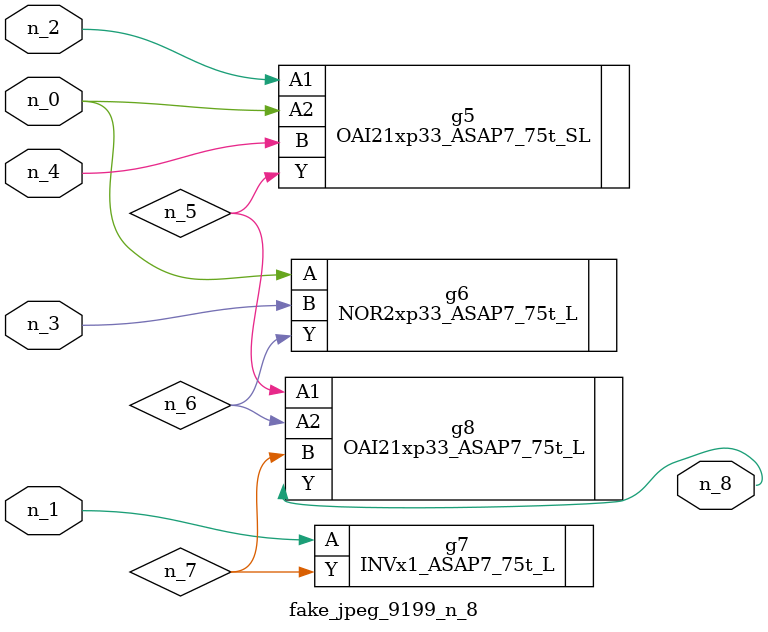
<source format=v>
module fake_jpeg_9199_n_8 (n_3, n_2, n_1, n_0, n_4, n_8);

input n_3;
input n_2;
input n_1;
input n_0;
input n_4;

output n_8;

wire n_6;
wire n_5;
wire n_7;

OAI21xp33_ASAP7_75t_SL g5 ( 
.A1(n_2),
.A2(n_0),
.B(n_4),
.Y(n_5)
);

NOR2xp33_ASAP7_75t_L g6 ( 
.A(n_0),
.B(n_3),
.Y(n_6)
);

INVx1_ASAP7_75t_L g7 ( 
.A(n_1),
.Y(n_7)
);

OAI21xp33_ASAP7_75t_L g8 ( 
.A1(n_5),
.A2(n_6),
.B(n_7),
.Y(n_8)
);


endmodule
</source>
